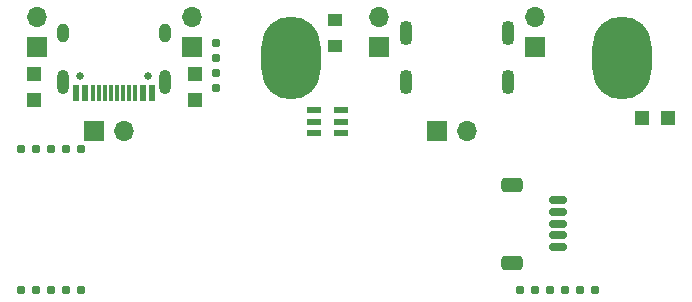
<source format=gbr>
%TF.GenerationSoftware,KiCad,Pcbnew,(6.0.10)*%
%TF.CreationDate,2023-01-23T13:10:33-05:00*%
%TF.ProjectId,nfdb_mkii,6e666462-5f6d-46b6-9969-2e6b69636164,rev?*%
%TF.SameCoordinates,Original*%
%TF.FileFunction,Soldermask,Top*%
%TF.FilePolarity,Negative*%
%FSLAX46Y46*%
G04 Gerber Fmt 4.6, Leading zero omitted, Abs format (unit mm)*
G04 Created by KiCad (PCBNEW (6.0.10)) date 2023-01-23 13:10:33*
%MOMM*%
%LPD*%
G01*
G04 APERTURE LIST*
G04 Aperture macros list*
%AMRoundRect*
0 Rectangle with rounded corners*
0 $1 Rounding radius*
0 $2 $3 $4 $5 $6 $7 $8 $9 X,Y pos of 4 corners*
0 Add a 4 corners polygon primitive as box body*
4,1,4,$2,$3,$4,$5,$6,$7,$8,$9,$2,$3,0*
0 Add four circle primitives for the rounded corners*
1,1,$1+$1,$2,$3*
1,1,$1+$1,$4,$5*
1,1,$1+$1,$6,$7*
1,1,$1+$1,$8,$9*
0 Add four rect primitives between the rounded corners*
20,1,$1+$1,$2,$3,$4,$5,0*
20,1,$1+$1,$4,$5,$6,$7,0*
20,1,$1+$1,$6,$7,$8,$9,0*
20,1,$1+$1,$8,$9,$2,$3,0*%
G04 Aperture macros list end*
%ADD10R,1.200000X1.300000*%
%ADD11R,1.200000X0.600000*%
%ADD12C,0.787400*%
%ADD13R,1.700000X1.700000*%
%ADD14O,1.700000X1.700000*%
%ADD15C,0.650000*%
%ADD16R,0.600000X1.450000*%
%ADD17R,0.300000X1.450000*%
%ADD18O,1.000000X2.100000*%
%ADD19O,1.000000X1.600000*%
%ADD20O,5.000000X7.000000*%
%ADD21R,1.300000X1.000000*%
%ADD22R,1.300000X1.200000*%
%ADD23RoundRect,0.150000X-0.625000X0.150000X-0.625000X-0.150000X0.625000X-0.150000X0.625000X0.150000X0*%
%ADD24RoundRect,0.250000X-0.650000X0.350000X-0.650000X-0.350000X0.650000X-0.350000X0.650000X0.350000X0*%
%ADD25O,1.100000X2.100000*%
G04 APERTURE END LIST*
D10*
X158870251Y-31323000D03*
X156670251Y-31323000D03*
D11*
X128860251Y-30674500D03*
X128860251Y-31624500D03*
X128860251Y-32574500D03*
X131160251Y-32574500D03*
X131160251Y-31624500D03*
X131160251Y-30674500D03*
D12*
X104073950Y-33924000D03*
X107883950Y-33924000D03*
X109153950Y-33924000D03*
X105343950Y-33924000D03*
X106613950Y-33924000D03*
X120573200Y-24977000D03*
X120573200Y-28787000D03*
X120573200Y-26247000D03*
X120573200Y-27517000D03*
D13*
X118533200Y-25318000D03*
D14*
X118533200Y-22778000D03*
D13*
X147563451Y-25318000D03*
D14*
X147563451Y-22778000D03*
D15*
X114824000Y-27742000D03*
X109044000Y-27742000D03*
D16*
X115159000Y-29187000D03*
X114384000Y-29187000D03*
D17*
X113684000Y-29187000D03*
X113184000Y-29187000D03*
X112684000Y-29187000D03*
X112184000Y-29187000D03*
X111684000Y-29187000D03*
X111184000Y-29187000D03*
X110684000Y-29187000D03*
X110184000Y-29187000D03*
D16*
X109484000Y-29187000D03*
X108709000Y-29187000D03*
D18*
X107614000Y-28272000D03*
D19*
X116254000Y-24092000D03*
D18*
X116254000Y-28272000D03*
D19*
X107614000Y-24092000D03*
D12*
X104073950Y-45894000D03*
X106613950Y-45894000D03*
X107883950Y-45894000D03*
X105343950Y-45894000D03*
X109153950Y-45894000D03*
D20*
X154964251Y-26209000D03*
D21*
X130660251Y-22992001D03*
X130660251Y-25191999D03*
D12*
X147621000Y-45894000D03*
X152701000Y-45894000D03*
X146351000Y-45894000D03*
X148891000Y-45894000D03*
X150161000Y-45894000D03*
X151431000Y-45894000D03*
D22*
X105136200Y-27564000D03*
X105136200Y-29764000D03*
D13*
X134406251Y-25318000D03*
D14*
X134406251Y-22778000D03*
D13*
X110234000Y-32418000D03*
D14*
X112774000Y-32418000D03*
D13*
X105376000Y-25318000D03*
D14*
X105376000Y-22778000D03*
D23*
X149494000Y-38262000D03*
X149494000Y-39262000D03*
X149494000Y-40262000D03*
X149494000Y-41262000D03*
X149494000Y-42262000D03*
D24*
X145619000Y-36962000D03*
X145619000Y-43562000D03*
D13*
X139264251Y-32418000D03*
D14*
X141804251Y-32418000D03*
D20*
X126964251Y-26209000D03*
D22*
X118796800Y-27564000D03*
X118796800Y-29764000D03*
D25*
X145284251Y-28272000D03*
X136644251Y-28272000D03*
X136644251Y-24092000D03*
X145284251Y-24092000D03*
M02*

</source>
